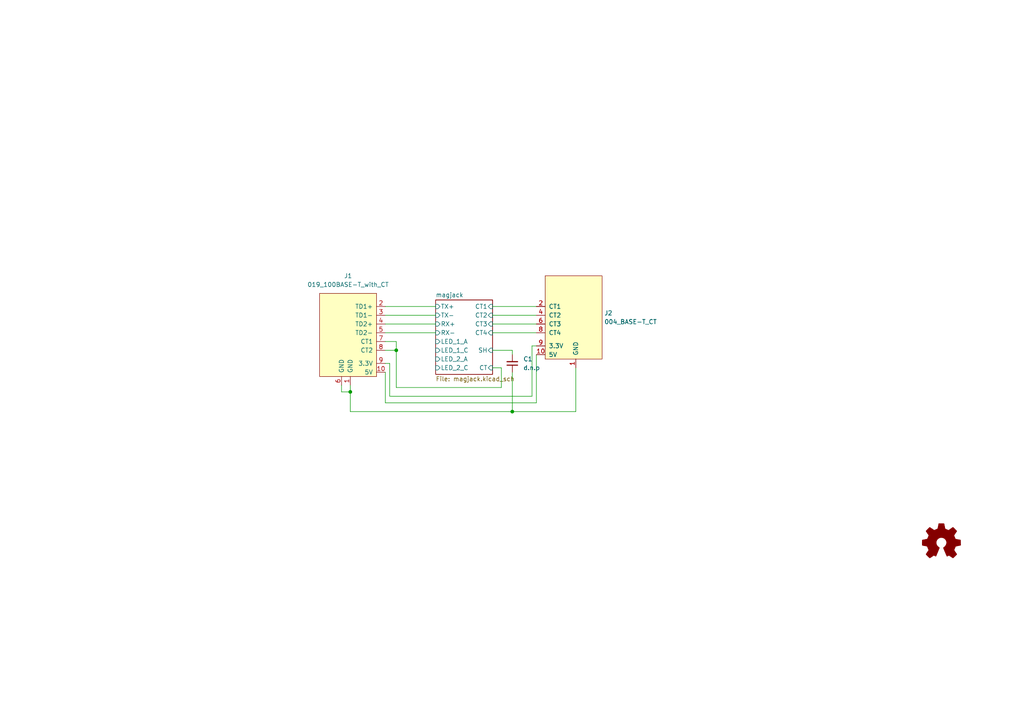
<source format=kicad_sch>
(kicad_sch (version 20211123) (generator eeschema)

  (uuid 57732dd3-1162-4c3f-88bd-31bf473d124d)

  (paper "A4")

  (lib_symbols
    (symbol "Device:C_Small" (pin_numbers hide) (pin_names (offset 0.254) hide) (in_bom yes) (on_board yes)
      (property "Reference" "C" (id 0) (at 0.254 1.778 0)
        (effects (font (size 1.27 1.27)) (justify left))
      )
      (property "Value" "C_Small" (id 1) (at 0.254 -2.032 0)
        (effects (font (size 1.27 1.27)) (justify left))
      )
      (property "Footprint" "" (id 2) (at 0 0 0)
        (effects (font (size 1.27 1.27)) hide)
      )
      (property "Datasheet" "~" (id 3) (at 0 0 0)
        (effects (font (size 1.27 1.27)) hide)
      )
      (property "ki_keywords" "capacitor cap" (id 4) (at 0 0 0)
        (effects (font (size 1.27 1.27)) hide)
      )
      (property "ki_description" "Unpolarized capacitor, small symbol" (id 5) (at 0 0 0)
        (effects (font (size 1.27 1.27)) hide)
      )
      (property "ki_fp_filters" "C_*" (id 6) (at 0 0 0)
        (effects (font (size 1.27 1.27)) hide)
      )
      (symbol "C_Small_0_1"
        (polyline
          (pts
            (xy -1.524 -0.508)
            (xy 1.524 -0.508)
          )
          (stroke (width 0.3302) (type default) (color 0 0 0 0))
          (fill (type none))
        )
        (polyline
          (pts
            (xy -1.524 0.508)
            (xy 1.524 0.508)
          )
          (stroke (width 0.3048) (type default) (color 0 0 0 0))
          (fill (type none))
        )
      )
      (symbol "C_Small_1_1"
        (pin passive line (at 0 2.54 270) (length 2.032)
          (name "~" (effects (font (size 1.27 1.27))))
          (number "1" (effects (font (size 1.27 1.27))))
        )
        (pin passive line (at 0 -2.54 90) (length 2.032)
          (name "~" (effects (font (size 1.27 1.27))))
          (number "2" (effects (font (size 1.27 1.27))))
        )
      )
    )
    (symbol "Graphic:Logo_Open_Hardware_Small" (pin_names (offset 1.016)) (in_bom yes) (on_board yes)
      (property "Reference" "#LOGO" (id 0) (at 0 6.985 0)
        (effects (font (size 1.27 1.27)) hide)
      )
      (property "Value" "Logo_Open_Hardware_Small" (id 1) (at 0 -5.715 0)
        (effects (font (size 1.27 1.27)) hide)
      )
      (property "Footprint" "" (id 2) (at 0 0 0)
        (effects (font (size 1.27 1.27)) hide)
      )
      (property "Datasheet" "~" (id 3) (at 0 0 0)
        (effects (font (size 1.27 1.27)) hide)
      )
      (property "ki_keywords" "Logo" (id 4) (at 0 0 0)
        (effects (font (size 1.27 1.27)) hide)
      )
      (property "ki_description" "Open Hardware logo, small" (id 5) (at 0 0 0)
        (effects (font (size 1.27 1.27)) hide)
      )
      (symbol "Logo_Open_Hardware_Small_0_1"
        (polyline
          (pts
            (xy 3.3528 -4.3434)
            (xy 3.302 -4.318)
            (xy 3.175 -4.2418)
            (xy 2.9972 -4.1148)
            (xy 2.7686 -3.9624)
            (xy 2.54 -3.81)
            (xy 2.3622 -3.7084)
            (xy 2.2352 -3.6068)
            (xy 2.1844 -3.5814)
            (xy 2.159 -3.6068)
            (xy 2.0574 -3.6576)
            (xy 1.905 -3.7338)
            (xy 1.8034 -3.7846)
            (xy 1.6764 -3.8354)
            (xy 1.6002 -3.8354)
            (xy 1.6002 -3.8354)
            (xy 1.5494 -3.7338)
            (xy 1.4732 -3.5306)
            (xy 1.3462 -3.302)
            (xy 1.2446 -3.0226)
            (xy 1.1176 -2.7178)
            (xy 0.9652 -2.413)
            (xy 0.8636 -2.1082)
            (xy 0.7366 -1.8288)
            (xy 0.6604 -1.6256)
            (xy 0.6096 -1.4732)
            (xy 0.5842 -1.397)
            (xy 0.5842 -1.397)
            (xy 0.6604 -1.3208)
            (xy 0.7874 -1.2446)
            (xy 1.0414 -1.016)
            (xy 1.2954 -0.6858)
            (xy 1.4478 -0.3302)
            (xy 1.524 0.0762)
            (xy 1.4732 0.4572)
            (xy 1.3208 0.8128)
            (xy 1.0668 1.143)
            (xy 0.762 1.3716)
            (xy 0.4064 1.524)
            (xy 0 1.5748)
            (xy -0.381 1.5494)
            (xy -0.7366 1.397)
            (xy -1.0668 1.143)
            (xy -1.2192 0.9906)
            (xy -1.397 0.6604)
            (xy -1.524 0.3048)
            (xy -1.524 0.2286)
            (xy -1.4986 -0.1778)
            (xy -1.397 -0.5334)
            (xy -1.1938 -0.8636)
            (xy -0.9144 -1.143)
            (xy -0.8636 -1.1684)
            (xy -0.7366 -1.27)
            (xy -0.635 -1.3462)
            (xy -0.5842 -1.397)
            (xy -1.0668 -2.5908)
            (xy -1.143 -2.794)
            (xy -1.2954 -3.1242)
            (xy -1.397 -3.4036)
            (xy -1.4986 -3.6322)
            (xy -1.5748 -3.7846)
            (xy -1.6002 -3.8354)
            (xy -1.6002 -3.8354)
            (xy -1.651 -3.8354)
            (xy -1.7272 -3.81)
            (xy -1.905 -3.7338)
            (xy -2.0066 -3.683)
            (xy -2.1336 -3.6068)
            (xy -2.2098 -3.5814)
            (xy -2.2606 -3.6068)
            (xy -2.3622 -3.683)
            (xy -2.54 -3.81)
            (xy -2.7686 -3.9624)
            (xy -2.9718 -4.0894)
            (xy -3.1496 -4.2164)
            (xy -3.302 -4.318)
            (xy -3.3528 -4.3434)
            (xy -3.3782 -4.3434)
            (xy -3.429 -4.318)
            (xy -3.5306 -4.2164)
            (xy -3.7084 -4.064)
            (xy -3.937 -3.8354)
            (xy -3.9624 -3.81)
            (xy -4.1656 -3.6068)
            (xy -4.318 -3.4544)
            (xy -4.4196 -3.3274)
            (xy -4.445 -3.2766)
            (xy -4.445 -3.2766)
            (xy -4.4196 -3.2258)
            (xy -4.318 -3.0734)
            (xy -4.2164 -2.8956)
            (xy -4.064 -2.667)
            (xy -3.6576 -2.0828)
            (xy -3.8862 -1.5494)
            (xy -3.937 -1.3716)
            (xy -4.0386 -1.1684)
            (xy -4.0894 -1.0414)
            (xy -4.1148 -0.9652)
            (xy -4.191 -0.9398)
            (xy -4.318 -0.9144)
            (xy -4.5466 -0.8636)
            (xy -4.8006 -0.8128)
            (xy -5.0546 -0.7874)
            (xy -5.2578 -0.7366)
            (xy -5.4356 -0.7112)
            (xy -5.5118 -0.6858)
            (xy -5.5118 -0.6858)
            (xy -5.5372 -0.635)
            (xy -5.5372 -0.5588)
            (xy -5.5372 -0.4318)
            (xy -5.5626 -0.2286)
            (xy -5.5626 0.0762)
            (xy -5.5626 0.127)
            (xy -5.5372 0.4064)
            (xy -5.5372 0.635)
            (xy -5.5372 0.762)
            (xy -5.5372 0.8382)
            (xy -5.5372 0.8382)
            (xy -5.461 0.8382)
            (xy -5.3086 0.889)
            (xy -5.08 0.9144)
            (xy -4.826 0.9652)
            (xy -4.8006 0.9906)
            (xy -4.5466 1.0414)
            (xy -4.318 1.0668)
            (xy -4.1656 1.1176)
            (xy -4.0894 1.143)
            (xy -4.0894 1.143)
            (xy -4.0386 1.2446)
            (xy -3.9624 1.4224)
            (xy -3.8608 1.6256)
            (xy -3.7846 1.8288)
            (xy -3.7084 2.0066)
            (xy -3.6576 2.159)
            (xy -3.6322 2.2098)
            (xy -3.6322 2.2098)
            (xy -3.683 2.286)
            (xy -3.7592 2.413)
            (xy -3.8862 2.5908)
            (xy -4.064 2.8194)
            (xy -4.064 2.8448)
            (xy -4.2164 3.0734)
            (xy -4.3434 3.2512)
            (xy -4.4196 3.3782)
            (xy -4.445 3.4544)
            (xy -4.445 3.4544)
            (xy -4.3942 3.5052)
            (xy -4.2926 3.6322)
            (xy -4.1148 3.81)
            (xy -3.937 4.0132)
            (xy -3.8608 4.064)
            (xy -3.6576 4.2926)
            (xy -3.5052 4.4196)
            (xy -3.4036 4.4958)
            (xy -3.3528 4.5212)
            (xy -3.3528 4.5212)
            (xy -3.302 4.4704)
            (xy -3.1496 4.3688)
            (xy -2.9718 4.2418)
            (xy -2.7432 4.0894)
            (xy -2.7178 4.0894)
            (xy -2.4892 3.937)
            (xy -2.3114 3.81)
            (xy -2.1844 3.7084)
            (xy -2.1336 3.683)
            (xy -2.1082 3.683)
            (xy -2.032 3.7084)
            (xy -1.8542 3.7592)
            (xy -1.6764 3.8354)
            (xy -1.4732 3.937)
            (xy -1.27 4.0132)
            (xy -1.143 4.064)
            (xy -1.0668 4.1148)
            (xy -1.0668 4.1148)
            (xy -1.0414 4.191)
            (xy -1.016 4.3434)
            (xy -0.9652 4.572)
            (xy -0.9144 4.8514)
            (xy -0.889 4.9022)
            (xy -0.8382 5.1562)
            (xy -0.8128 5.3848)
            (xy -0.7874 5.5372)
            (xy -0.762 5.588)
            (xy -0.7112 5.6134)
            (xy -0.5842 5.6134)
            (xy -0.4064 5.6134)
            (xy -0.1524 5.6134)
            (xy 0.0762 5.6134)
            (xy 0.3302 5.6134)
            (xy 0.5334 5.6134)
            (xy 0.6858 5.588)
            (xy 0.7366 5.588)
            (xy 0.7366 5.588)
            (xy 0.762 5.5118)
            (xy 0.8128 5.334)
            (xy 0.8382 5.1054)
            (xy 0.9144 4.826)
            (xy 0.9144 4.7752)
            (xy 0.9652 4.5212)
            (xy 1.016 4.2926)
            (xy 1.0414 4.1402)
            (xy 1.0668 4.0894)
            (xy 1.0668 4.0894)
            (xy 1.1938 4.0386)
            (xy 1.3716 3.9624)
            (xy 1.5748 3.8608)
            (xy 2.0828 3.6576)
            (xy 2.7178 4.0894)
            (xy 2.7686 4.1402)
            (xy 2.9972 4.2926)
            (xy 3.175 4.4196)
            (xy 3.302 4.4958)
            (xy 3.3782 4.5212)
            (xy 3.3782 4.5212)
            (xy 3.429 4.4704)
            (xy 3.556 4.3434)
            (xy 3.7338 4.191)
            (xy 3.9116 3.9878)
            (xy 4.064 3.8354)
            (xy 4.2418 3.6576)
            (xy 4.3434 3.556)
            (xy 4.4196 3.4798)
            (xy 4.4196 3.429)
            (xy 4.4196 3.4036)
            (xy 4.3942 3.3274)
            (xy 4.2926 3.2004)
            (xy 4.1656 2.9972)
            (xy 4.0132 2.794)
            (xy 3.8862 2.5908)
            (xy 3.7592 2.3876)
            (xy 3.6576 2.2352)
            (xy 3.6322 2.159)
            (xy 3.6322 2.1336)
            (xy 3.683 2.0066)
            (xy 3.7592 1.8288)
            (xy 3.8608 1.6002)
            (xy 4.064 1.1176)
            (xy 4.3942 1.0414)
            (xy 4.5974 1.016)
            (xy 4.8768 0.9652)
            (xy 5.1308 0.9144)
            (xy 5.5372 0.8382)
            (xy 5.5626 -0.6604)
            (xy 5.4864 -0.6858)
            (xy 5.4356 -0.6858)
            (xy 5.2832 -0.7366)
            (xy 5.0546 -0.762)
            (xy 4.8006 -0.8128)
            (xy 4.5974 -0.8636)
            (xy 4.3688 -0.9144)
            (xy 4.2164 -0.9398)
            (xy 4.1402 -0.9398)
            (xy 4.1148 -0.9652)
            (xy 4.064 -1.0668)
            (xy 3.9878 -1.2446)
            (xy 3.9116 -1.4478)
            (xy 3.81 -1.651)
            (xy 3.7338 -1.8542)
            (xy 3.683 -2.0066)
            (xy 3.6576 -2.0828)
            (xy 3.683 -2.1336)
            (xy 3.7846 -2.2606)
            (xy 3.8862 -2.4638)
            (xy 4.0386 -2.667)
            (xy 4.191 -2.8956)
            (xy 4.318 -3.0734)
            (xy 4.3942 -3.2004)
            (xy 4.445 -3.2766)
            (xy 4.4196 -3.3274)
            (xy 4.3434 -3.429)
            (xy 4.1656 -3.5814)
            (xy 3.937 -3.8354)
            (xy 3.8862 -3.8608)
            (xy 3.683 -4.064)
            (xy 3.5306 -4.2164)
            (xy 3.4036 -4.318)
            (xy 3.3528 -4.3434)
          )
          (stroke (width 0) (type default) (color 0 0 0 0))
          (fill (type outline))
        )
      )
    )
    (symbol "put_on_edge:004_BASE-T_CT" (pin_names (offset 1.016)) (in_bom yes) (on_board yes)
      (property "Reference" "J" (id 0) (at -2.54 13.97 0)
        (effects (font (size 1.27 1.27)))
      )
      (property "Value" "004_BASE-T_CT" (id 1) (at 8.89 13.97 0)
        (effects (font (size 1.27 1.27)))
      )
      (property "Footprint" "" (id 2) (at 7.62 16.51 0)
        (effects (font (size 1.27 1.27)) hide)
      )
      (property "Datasheet" "" (id 3) (at 7.62 16.51 0)
        (effects (font (size 1.27 1.27)) hide)
      )
      (symbol "004_BASE-T_CT_0_1"
        (rectangle (start -8.89 12.7) (end 7.62 -11.43)
          (stroke (width 0) (type default) (color 0 0 0 0))
          (fill (type background))
        )
      )
      (symbol "004_BASE-T_CT_1_1"
        (pin power_in line (at 0 -13.97 90) (length 2.54)
          (name "GND" (effects (font (size 1.27 1.27))))
          (number "1" (effects (font (size 1.27 1.27))))
        )
        (pin power_in line (at -11.43 -10.16 0) (length 2.54)
          (name "5V" (effects (font (size 1.27 1.27))))
          (number "10" (effects (font (size 1.27 1.27))))
        )
        (pin bidirectional line (at -11.43 3.81 0) (length 2.54)
          (name "CT1" (effects (font (size 1.27 1.27))))
          (number "2" (effects (font (size 1.27 1.27))))
        )
        (pin bidirectional line (at -11.43 1.27 0) (length 2.54)
          (name "CT2" (effects (font (size 1.27 1.27))))
          (number "4" (effects (font (size 1.27 1.27))))
        )
        (pin bidirectional line (at -11.43 -1.27 0) (length 2.54)
          (name "CT3" (effects (font (size 1.27 1.27))))
          (number "6" (effects (font (size 1.27 1.27))))
        )
        (pin bidirectional line (at -11.43 -3.81 0) (length 2.54)
          (name "CT4" (effects (font (size 1.27 1.27))))
          (number "8" (effects (font (size 1.27 1.27))))
        )
        (pin power_in line (at -11.43 -7.62 0) (length 2.54)
          (name "3.3V" (effects (font (size 1.27 1.27))))
          (number "9" (effects (font (size 1.27 1.27))))
        )
      )
    )
    (symbol "put_on_edge:019_100BASE-T_with_CT" (pin_names (offset 1.016)) (in_bom yes) (on_board yes)
      (property "Reference" "J" (id 0) (at -2.54 13.97 0)
        (effects (font (size 1.27 1.27)))
      )
      (property "Value" "019_100BASE-T_with_CT" (id 1) (at 8.89 13.97 0)
        (effects (font (size 1.27 1.27)))
      )
      (property "Footprint" "" (id 2) (at 7.62 16.51 0)
        (effects (font (size 1.27 1.27)) hide)
      )
      (property "Datasheet" "" (id 3) (at 7.62 16.51 0)
        (effects (font (size 1.27 1.27)) hide)
      )
      (symbol "019_100BASE-T_with_CT_0_1"
        (rectangle (start -8.89 12.7) (end 7.62 -11.43)
          (stroke (width 0) (type default) (color 0 0 0 0))
          (fill (type background))
        )
      )
      (symbol "019_100BASE-T_with_CT_1_1"
        (pin power_in line (at -1.27 -13.97 90) (length 2.54)
          (name "GND" (effects (font (size 1.27 1.27))))
          (number "1" (effects (font (size 1.27 1.27))))
        )
        (pin bidirectional line (at -11.43 -10.16 0) (length 2.54)
          (name "5V" (effects (font (size 1.27 1.27))))
          (number "10" (effects (font (size 1.27 1.27))))
        )
        (pin bidirectional line (at -11.43 8.89 0) (length 2.54)
          (name "TD1+" (effects (font (size 1.27 1.27))))
          (number "2" (effects (font (size 1.27 1.27))))
        )
        (pin bidirectional line (at -11.43 6.35 0) (length 2.54)
          (name "TD1-" (effects (font (size 1.27 1.27))))
          (number "3" (effects (font (size 1.27 1.27))))
        )
        (pin bidirectional line (at -11.43 3.81 0) (length 2.54)
          (name "TD2+" (effects (font (size 1.27 1.27))))
          (number "4" (effects (font (size 1.27 1.27))))
        )
        (pin bidirectional line (at -11.43 1.27 0) (length 2.54)
          (name "TD2-" (effects (font (size 1.27 1.27))))
          (number "5" (effects (font (size 1.27 1.27))))
        )
        (pin power_in line (at 1.27 -13.97 90) (length 2.54)
          (name "GND" (effects (font (size 1.27 1.27))))
          (number "6" (effects (font (size 1.27 1.27))))
        )
        (pin bidirectional line (at -11.43 -1.27 0) (length 2.54)
          (name "CT1" (effects (font (size 1.27 1.27))))
          (number "7" (effects (font (size 1.27 1.27))))
        )
        (pin bidirectional line (at -11.43 -3.81 0) (length 2.54)
          (name "CT2" (effects (font (size 1.27 1.27))))
          (number "8" (effects (font (size 1.27 1.27))))
        )
        (pin bidirectional line (at -11.43 -7.62 0) (length 2.54)
          (name "3.3V" (effects (font (size 1.27 1.27))))
          (number "9" (effects (font (size 1.27 1.27))))
        )
      )
    )
  )

  (junction (at 148.59 119.38) (diameter 0) (color 0 0 0 0)
    (uuid 4496d56d-8904-446a-b24d-e94c4e1fa6af)
  )
  (junction (at 101.6 113.665) (diameter 0) (color 0 0 0 0)
    (uuid d77778d5-b69f-4977-afe4-89d1d47d30c2)
  )
  (junction (at 114.935 101.6) (diameter 0) (color 0 0 0 0)
    (uuid dc115a94-038c-4af8-94eb-5bf8432114d6)
  )

  (wire (pts (xy 142.875 96.52) (xy 155.575 96.52))
    (stroke (width 0) (type default) (color 0 0 0 0))
    (uuid 2302684f-1a90-46e9-8f04-b5371e6b8f5a)
  )
  (wire (pts (xy 113.03 105.41) (xy 111.76 105.41))
    (stroke (width 0) (type default) (color 0 0 0 0))
    (uuid 35a08706-7200-4440-84d8-46abe343a633)
  )
  (wire (pts (xy 111.76 88.9) (xy 126.365 88.9))
    (stroke (width 0) (type default) (color 0 0 0 0))
    (uuid 3d7c79a9-39bc-49a2-a21b-90477c83e434)
  )
  (wire (pts (xy 114.935 101.6) (xy 114.935 112.395))
    (stroke (width 0) (type default) (color 0 0 0 0))
    (uuid 406d9d64-9542-4007-9825-b40665074555)
  )
  (wire (pts (xy 111.76 96.52) (xy 126.365 96.52))
    (stroke (width 0) (type default) (color 0 0 0 0))
    (uuid 4bcf7b67-7958-48c4-9820-25425efd98ca)
  )
  (wire (pts (xy 155.575 116.84) (xy 155.575 102.87))
    (stroke (width 0) (type default) (color 0 0 0 0))
    (uuid 4c515e1c-91b5-4f53-b828-3a7ff69a7621)
  )
  (wire (pts (xy 145.415 112.395) (xy 145.415 106.68))
    (stroke (width 0) (type default) (color 0 0 0 0))
    (uuid 547e3175-95f7-468c-a5d3-badc7fa4204f)
  )
  (wire (pts (xy 148.59 101.6) (xy 148.59 102.87))
    (stroke (width 0) (type default) (color 0 0 0 0))
    (uuid 58515650-6ba2-4226-9bad-3df519c965e3)
  )
  (wire (pts (xy 142.875 91.44) (xy 155.575 91.44))
    (stroke (width 0) (type default) (color 0 0 0 0))
    (uuid 59a095d9-c69a-4fb6-9ee5-72476493ce1d)
  )
  (wire (pts (xy 114.935 112.395) (xy 145.415 112.395))
    (stroke (width 0) (type default) (color 0 0 0 0))
    (uuid 646e4758-2bf5-44d9-a2fe-22fbdf62b8bb)
  )
  (wire (pts (xy 111.76 116.84) (xy 155.575 116.84))
    (stroke (width 0) (type default) (color 0 0 0 0))
    (uuid 681a9025-60ab-4a59-bb69-945532ce59d5)
  )
  (wire (pts (xy 111.76 93.98) (xy 126.365 93.98))
    (stroke (width 0) (type default) (color 0 0 0 0))
    (uuid 73059a51-9d4b-44bb-9a0b-3979477ab772)
  )
  (wire (pts (xy 155.575 100.33) (xy 154.305 100.33))
    (stroke (width 0) (type default) (color 0 0 0 0))
    (uuid 75dcd4db-e56c-4f8d-937f-29333d08dd61)
  )
  (wire (pts (xy 142.875 93.98) (xy 155.575 93.98))
    (stroke (width 0) (type default) (color 0 0 0 0))
    (uuid 77fb8343-e46d-4a68-bbb6-1f65aaea4f71)
  )
  (wire (pts (xy 154.305 114.935) (xy 113.03 114.935))
    (stroke (width 0) (type default) (color 0 0 0 0))
    (uuid 841ef1d2-1850-4457-8fce-9b464d70f8be)
  )
  (wire (pts (xy 111.76 107.95) (xy 111.76 116.84))
    (stroke (width 0) (type default) (color 0 0 0 0))
    (uuid 96da8fd3-a81e-44ec-95f0-004e7952ea97)
  )
  (wire (pts (xy 101.6 113.665) (xy 101.6 119.38))
    (stroke (width 0) (type default) (color 0 0 0 0))
    (uuid 978b34ff-4c02-4771-ac62-335dfa8ca0d3)
  )
  (wire (pts (xy 111.76 99.06) (xy 114.935 99.06))
    (stroke (width 0) (type default) (color 0 0 0 0))
    (uuid 9fdd7dc9-f8cb-4022-8c06-bdaa0bcae7a2)
  )
  (wire (pts (xy 111.76 91.44) (xy 126.365 91.44))
    (stroke (width 0) (type default) (color 0 0 0 0))
    (uuid a4908a96-230c-42e4-b7a2-e1970efcde5d)
  )
  (wire (pts (xy 154.305 100.33) (xy 154.305 114.935))
    (stroke (width 0) (type default) (color 0 0 0 0))
    (uuid a533c398-6106-4440-a459-970d4394d802)
  )
  (wire (pts (xy 148.59 119.38) (xy 167.005 119.38))
    (stroke (width 0) (type default) (color 0 0 0 0))
    (uuid a9784bdf-67e7-429a-bb1b-8cf1ddb1ca88)
  )
  (wire (pts (xy 99.06 111.76) (xy 99.06 113.665))
    (stroke (width 0) (type default) (color 0 0 0 0))
    (uuid b2e50982-45a6-4693-9708-d098091c6bef)
  )
  (wire (pts (xy 114.935 99.06) (xy 114.935 101.6))
    (stroke (width 0) (type default) (color 0 0 0 0))
    (uuid b9eadab2-eb1e-44ca-8ab6-ef61dadd411c)
  )
  (wire (pts (xy 113.03 114.935) (xy 113.03 105.41))
    (stroke (width 0) (type default) (color 0 0 0 0))
    (uuid bcf895f1-16ad-4b4a-a287-61aa516fc97b)
  )
  (wire (pts (xy 111.76 101.6) (xy 114.935 101.6))
    (stroke (width 0) (type default) (color 0 0 0 0))
    (uuid c474fcf9-01d2-4f5c-9762-974e653d2f39)
  )
  (wire (pts (xy 101.6 119.38) (xy 148.59 119.38))
    (stroke (width 0) (type default) (color 0 0 0 0))
    (uuid d4d177be-9193-4062-b9ca-24b279188beb)
  )
  (wire (pts (xy 145.415 106.68) (xy 142.875 106.68))
    (stroke (width 0) (type default) (color 0 0 0 0))
    (uuid d6439f0b-cacf-4c8f-9c21-604ff81d37f1)
  )
  (wire (pts (xy 148.59 107.95) (xy 148.59 119.38))
    (stroke (width 0) (type default) (color 0 0 0 0))
    (uuid d7b5a9d4-dfa0-4a1f-b425-fc3f8aa1a154)
  )
  (wire (pts (xy 142.875 88.9) (xy 155.575 88.9))
    (stroke (width 0) (type default) (color 0 0 0 0))
    (uuid dd0ad0ed-3b50-4fd9-811d-7f6e2320ca9f)
  )
  (wire (pts (xy 99.06 113.665) (xy 101.6 113.665))
    (stroke (width 0) (type default) (color 0 0 0 0))
    (uuid e4e830ec-480b-492c-87bd-75ac3fd5e110)
  )
  (wire (pts (xy 142.875 101.6) (xy 148.59 101.6))
    (stroke (width 0) (type default) (color 0 0 0 0))
    (uuid e87c1383-5990-485a-b19c-ea88d3ef0a12)
  )
  (wire (pts (xy 101.6 111.76) (xy 101.6 113.665))
    (stroke (width 0) (type default) (color 0 0 0 0))
    (uuid ec21db24-a2b9-499b-b994-ed5b5711c9ad)
  )
  (wire (pts (xy 167.005 119.38) (xy 167.005 106.68))
    (stroke (width 0) (type default) (color 0 0 0 0))
    (uuid fd799ea5-8513-4c14-9ef1-a6d400dd54f4)
  )

  (symbol (lib_id "put_on_edge:004_BASE-T_CT") (at 167.005 92.71 0) (unit 1)
    (in_bom yes) (on_board yes) (fields_autoplaced)
    (uuid 19cd934f-10ce-40f1-a9f8-f4bdb3d38a25)
    (property "Reference" "J2" (id 0) (at 175.26 90.8049 0)
      (effects (font (size 1.27 1.27)) (justify left))
    )
    (property "Value" "004_BASE-T_CT" (id 1) (at 175.26 93.3449 0)
      (effects (font (size 1.27 1.27)) (justify left))
    )
    (property "Footprint" "on_edge:on_edge_2x05_host" (id 2) (at 174.625 76.2 0)
      (effects (font (size 1.27 1.27)) hide)
    )
    (property "Datasheet" "" (id 3) (at 174.625 76.2 0)
      (effects (font (size 1.27 1.27)) hide)
    )
    (pin "1" (uuid eba92726-f14a-4948-b570-a0666cdf318f))
    (pin "10" (uuid 5ec579ac-505d-4142-8585-b5dcb9be3be7))
    (pin "2" (uuid 8d6551c0-075c-44b3-8636-255dcbb4bc8e))
    (pin "4" (uuid 138bab8c-04fe-4750-86ab-6db32f0d4dfc))
    (pin "6" (uuid 75c4e83f-de0b-4504-bb61-3069601c756d))
    (pin "8" (uuid 5f256386-2246-405c-a40f-d909d520c4c5))
    (pin "9" (uuid ec996d64-b869-4413-b57d-e71185f94621))
  )

  (symbol (lib_id "put_on_edge:019_100BASE-T_with_CT") (at 100.33 97.79 0) (mirror y) (unit 1)
    (in_bom yes) (on_board yes) (fields_autoplaced)
    (uuid 1ac99b4c-a54e-4c72-b0e6-964d6f0a46d4)
    (property "Reference" "J1" (id 0) (at 100.965 80.01 0))
    (property "Value" "019_100BASE-T_with_CT" (id 1) (at 100.965 82.55 0))
    (property "Footprint" "on_edge:on_edge_2x05_device" (id 2) (at 92.71 81.28 0)
      (effects (font (size 1.27 1.27)) hide)
    )
    (property "Datasheet" "" (id 3) (at 92.71 81.28 0)
      (effects (font (size 1.27 1.27)) hide)
    )
    (pin "1" (uuid 39e0da05-c666-4b73-9c77-03180e5b31bd))
    (pin "10" (uuid 958456dc-42fb-4d6e-acac-c76a8466ef3f))
    (pin "2" (uuid 72bdec21-6215-4316-aacd-fa51de684b81))
    (pin "3" (uuid 35ac13f1-fc3d-4b4e-8aa2-0fbf02acc88b))
    (pin "4" (uuid e4ec36d1-d67d-4828-b57c-21dfddac508e))
    (pin "5" (uuid f72b8ad1-1c18-4280-be7e-ae42e93168d2))
    (pin "6" (uuid ad52d642-4d01-4596-9bc2-5fd2be670adf))
    (pin "7" (uuid e0a6a25c-e6b6-483f-8981-1be162eb9075))
    (pin "8" (uuid 4375e8fb-c003-46d6-aeae-fa2af8b94789))
    (pin "9" (uuid 07e21843-7369-466f-a56b-39f28bb61b1a))
  )

  (symbol (lib_id "Device:C_Small") (at 148.59 105.41 180) (unit 1)
    (in_bom yes) (on_board yes) (fields_autoplaced)
    (uuid 930f0fac-9ad9-4011-a34f-adf7cb9db36b)
    (property "Reference" "C1" (id 0) (at 151.765 104.1335 0)
      (effects (font (size 1.27 1.27)) (justify right))
    )
    (property "Value" "d.n.p" (id 1) (at 151.765 106.6735 0)
      (effects (font (size 1.27 1.27)) (justify right))
    )
    (property "Footprint" "Capacitor_SMD:C_1206_3216Metric" (id 2) (at 148.59 105.41 0)
      (effects (font (size 1.27 1.27)) hide)
    )
    (property "Datasheet" "~" (id 3) (at 148.59 105.41 0)
      (effects (font (size 1.27 1.27)) hide)
    )
    (pin "1" (uuid d41e0863-843f-4570-a1b2-0922830c8bfc))
    (pin "2" (uuid 63fee93c-0e19-4e0b-8b21-f210e694b74e))
  )

  (symbol (lib_id "Graphic:Logo_Open_Hardware_Small") (at 273.05 157.48 0) (unit 1)
    (in_bom yes) (on_board yes) (fields_autoplaced)
    (uuid b72b6f4a-7489-40f2-bb90-d75ae01aa368)
    (property "Reference" "LOGO1" (id 0) (at 273.05 150.495 0)
      (effects (font (size 1.27 1.27)) hide)
    )
    (property "Value" "Logo_Open_Hardware_Small" (id 1) (at 273.05 163.195 0)
      (effects (font (size 1.27 1.27)) hide)
    )
    (property "Footprint" "Symbol:OSHW-Symbol_6.7x6mm_SilkScreen" (id 2) (at 273.05 157.48 0)
      (effects (font (size 1.27 1.27)) hide)
    )
    (property "Datasheet" "~" (id 3) (at 273.05 157.48 0)
      (effects (font (size 1.27 1.27)) hide)
    )
  )

  (sheet (at 126.365 86.995) (size 16.51 21.59) (fields_autoplaced)
    (stroke (width 0.1524) (type solid) (color 0 0 0 0))
    (fill (color 0 0 0 0.0000))
    (uuid 767ce4c6-0e55-4543-92f0-34cb8237a544)
    (property "Sheet name" "magjack" (id 0) (at 126.365 86.2834 0)
      (effects (font (size 1.27 1.27)) (justify left bottom))
    )
    (property "Sheet file" "magjack.kicad_sch" (id 1) (at 126.365 109.1696 0)
      (effects (font (size 1.27 1.27)) (justify left top))
    )
    (pin "CT2" input (at 142.875 91.44 0)
      (effects (font (size 1.27 1.27)) (justify right))
      (uuid 0263dfa9-f153-40a3-b39e-a99bb84598a6)
    )
    (pin "TX-" input (at 126.365 91.44 180)
      (effects (font (size 1.27 1.27)) (justify left))
      (uuid a8508bfe-cc06-48df-926d-b80811587a64)
    )
    (pin "RX-" input (at 126.365 96.52 180)
      (effects (font (size 1.27 1.27)) (justify left))
      (uuid 97e65ab4-559e-4c41-9674-16e5798007e2)
    )
    (pin "RX+" input (at 126.365 93.98 180)
      (effects (font (size 1.27 1.27)) (justify left))
      (uuid 8b4a908d-a662-4622-9653-99ff79eba715)
    )
    (pin "LED_1_A" input (at 126.365 99.06 180)
      (effects (font (size 1.27 1.27)) (justify left))
      (uuid caab5067-cec9-49fe-a098-b836f2f18fa5)
    )
    (pin "LED_1_C" input (at 126.365 101.6 180)
      (effects (font (size 1.27 1.27)) (justify left))
      (uuid 8daf5dd5-03e1-46c1-a1b9-3a914467e378)
    )
    (pin "LED_2_A" input (at 126.365 104.14 180)
      (effects (font (size 1.27 1.27)) (justify left))
      (uuid 5cca7ec1-b206-4b29-b196-cedea961039a)
    )
    (pin "LED_2_C" input (at 126.365 106.68 180)
      (effects (font (size 1.27 1.27)) (justify left))
      (uuid 471a86cc-a54a-40b5-a558-c6a744b8b3dd)
    )
    (pin "CT1" input (at 142.875 88.9 0)
      (effects (font (size 1.27 1.27)) (justify right))
      (uuid 4c3920c2-cc53-41a7-9c44-498340916253)
    )
    (pin "CT3" input (at 142.875 93.98 0)
      (effects (font (size 1.27 1.27)) (justify right))
      (uuid ad5c1527-acf7-4e49-97d5-5ec9833702dc)
    )
    (pin "CT4" input (at 142.875 96.52 0)
      (effects (font (size 1.27 1.27)) (justify right))
      (uuid 7ecab4d9-45df-4d50-99ba-2adb6aac428b)
    )
    (pin "SH" input (at 142.875 101.6 0)
      (effects (font (size 1.27 1.27)) (justify right))
      (uuid 7b0bb82c-db8a-4650-8ea3-364ad61dd6b4)
    )
    (pin "TX+" input (at 126.365 88.9 180)
      (effects (font (size 1.27 1.27)) (justify left))
      (uuid 07e76608-70eb-4051-b80a-c834393dd362)
    )
    (pin "CT" input (at 142.875 106.68 0)
      (effects (font (size 1.27 1.27)) (justify right))
      (uuid 867d4aaa-9c3c-4004-828e-19c9760b3ae8)
    )
  )

  (sheet_instances
    (path "/" (page "1"))
    (path "/767ce4c6-0e55-4543-92f0-34cb8237a544" (page "2"))
  )

  (symbol_instances
    (path "/930f0fac-9ad9-4011-a34f-adf7cb9db36b"
      (reference "C1") (unit 1) (value "d.n.p") (footprint "Capacitor_SMD:C_1206_3216Metric")
    )
    (path "/1ac99b4c-a54e-4c72-b0e6-964d6f0a46d4"
      (reference "J1") (unit 1) (value "019_100BASE-T_with_CT") (footprint "on_edge:on_edge_2x05_device")
    )
    (path "/19cd934f-10ce-40f1-a9f8-f4bdb3d38a25"
      (reference "J2") (unit 1) (value "004_BASE-T_CT") (footprint "on_edge:on_edge_2x05_host")
    )
    (path "/767ce4c6-0e55-4543-92f0-34cb8237a544/1e9ec294-a74b-4fdd-974b-73fe9b2595ad"
      (reference "J3") (unit 1) (value "LPJ4265BDNL") (footprint "b135:LPJ4265BDNL")
    )
    (path "/b72b6f4a-7489-40f2-bb90-d75ae01aa368"
      (reference "LOGO1") (unit 1) (value "Logo_Open_Hardware_Small") (footprint "Symbol:OSHW-Symbol_6.7x6mm_SilkScreen")
    )
  )
)

</source>
